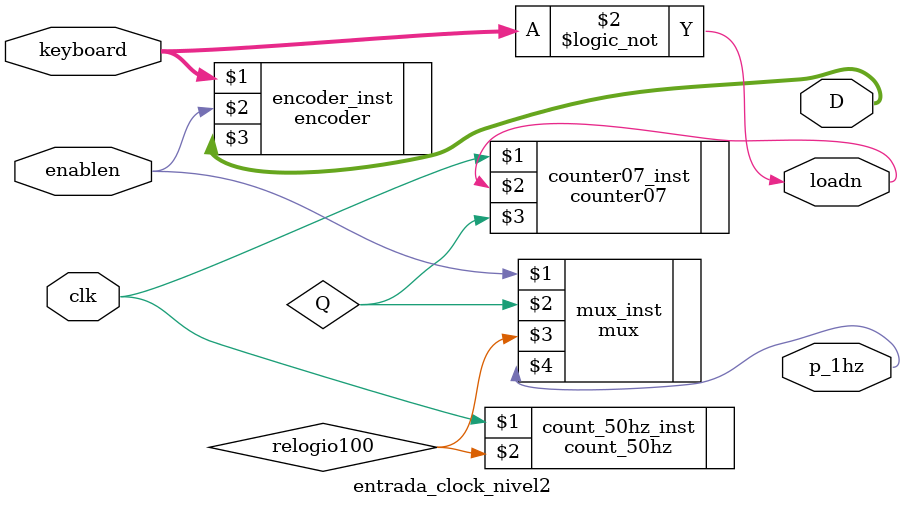
<source format=v>
`include "./nivel2/entrada_clock/codificador/encoder.v"
`include "./nivel2/entrada_clock/contador_0_7/counter07.v"
`include "./nivel2/entrada_clock/contador_freq100/count_50hz.v"
`include "./nivel2/entrada_clock/MUX/mux.v"

module entrada_clock_nivel2(    input [9:0] keyboard, input enablen, input clk,
                                output [3:0] D, output loadn,   output p_1hz    );

    wire relogio100, Q;
    reg keyboard_on;
    initial keyboard_on = 0;
    always @(keyboard) begin
        if(keyboard == 10'b00000_00000)
            keyboard_on <= 0;
        else
            keyboard_on <= 1;
    end
    assign loadn = ~keyboard_on;
    encoder encoder_inst(keyboard, enablen, D);
    count_50hz count_50hz_inst(clk, relogio100);
    counter07 counter07_inst(clk, loadn, Q);
    mux mux_inst(enablen, Q, relogio100, p_1hz);

endmodule

</source>
